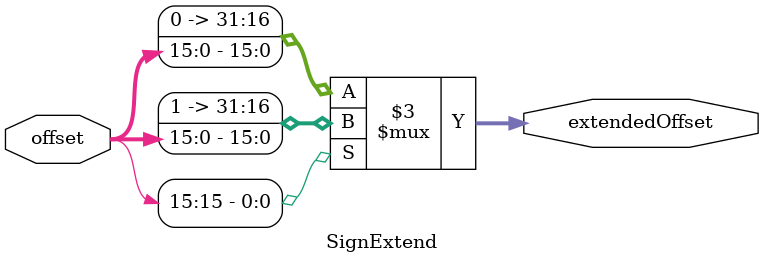
<source format=v>
module SignExtend(offset, extendedOffset);
	input [15:0] offset;
	output reg [31:0] extendedOffset;
	
	initial
		begin
		extendedOffset = 32'b0;
		end
	
	always@(offset)
		begin
		extendedOffset= (offset[15] == 1'b1) ? {16'hFFFF, offset} : {16'b0, offset};
		end
endmodule
</source>
